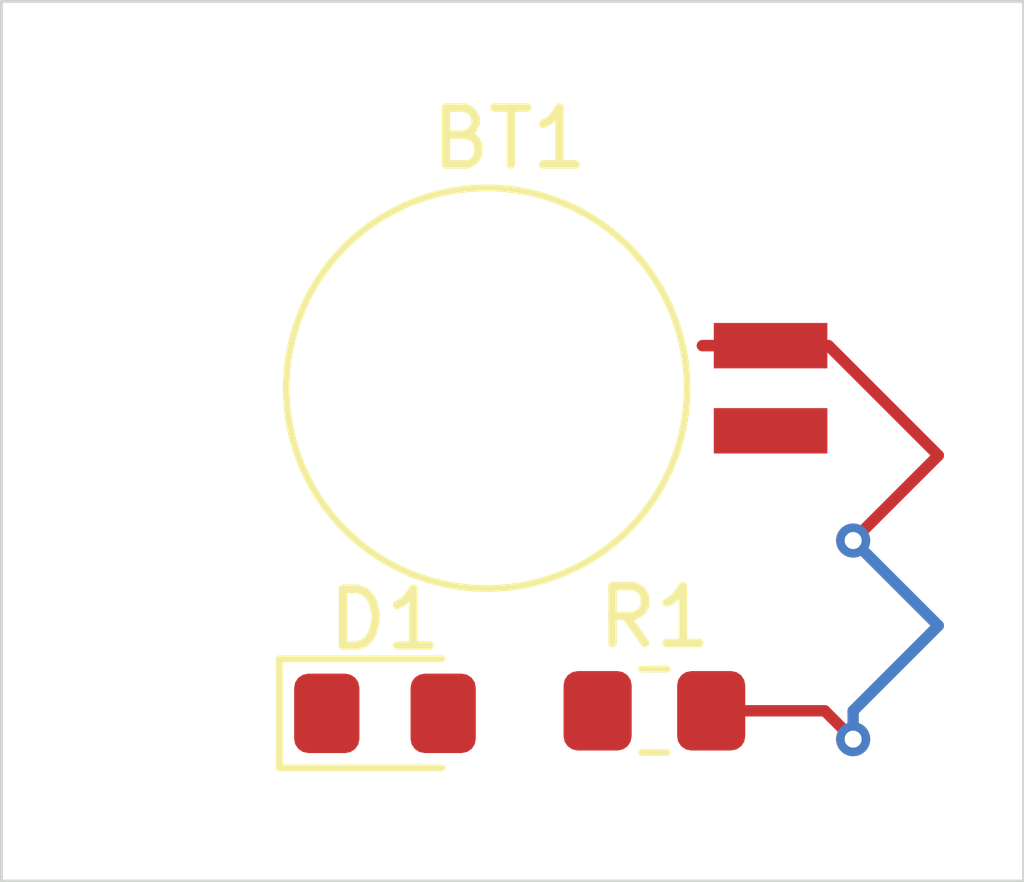
<source format=kicad_pcb>
(kicad_pcb (version 20240108) (generator "pcbnew") (generator_version "8.0")
  (title_block (title "LED demo project") (date "2024-10-29") (rev "1.0"))
  (layers (0 "F.Cu" signal) (31 "B.Cu" signal) (34 "B.Paste" user) (35 "F.Paste" user) (36 "B.SilkS" user "B.Silkscreen") (37 "F.SilkS" user "F.Silkscreen") (38 "B.Mask" user) (39 "F.Mask" user) (44 "Edge.Cuts" user))
  (net 0 "")
  (net 1 "Net-(BT1--)")
  (net 2 "Net-(BT1-+)")
  (net 3 "Net-(D1-A)")
  (footprint "Battery:BatteryHolder_Seiko_MS621F" (layer "F.Cu") (at 149.046204 89.816204)
    (property "Reference" "BT1" (at -4.6 -4.4 0) (layer "F.SilkS"))
    (property "Value" "Battery_Cell")
    (fp_circle (center -5 0) (end -1.47 0) (stroke (width 0.12)) (fill none) (layer "F.SilkS"))
    (pad "1" smd rect (at 0 -0.75) (size 2 0.8) (layers "F.Cu" "F.Paste" "F.Mask") (net 2 "Net-(BT1-+)"))
    (pad "2" smd rect (at 0 0.75) (size 2 0.8) (layers "F.Cu" "F.Paste" "F.Mask") (net 1 "Net-(BT1--)"))
  )
  (footprint "LED_SMD:LED_0805_2012Metric_Pad1.15x1.40mm_HandSolder" (layer "F.Cu") (at 142.255 95.545)
    (property "Reference" "D1" (at 0 -1.65 0) (layer "F.SilkS"))
    (property "Value" "LED")
    (fp_line (start -1.86 -0.96) (end -1.86 0.96) (stroke (width 0.12)) (layer "F.SilkS"))
    (fp_line (start -1.86 0.96) (end 1 0.96) (stroke (width 0.12)) (layer "F.SilkS"))
    (fp_line (start 1 -0.96) (end -1.86 -0.96) (stroke (width 0.12)) (layer "F.SilkS"))
    (pad "1" smd roundrect (at -1.025 0) (size 1.15 1.4) (layers "F.Cu" "F.Paste" "F.Mask") (roundrect_rratio 0.217391) (net 1 "Net-(BT1--)"))
    (pad "2" smd roundrect (at 1.025 0) (size 1.15 1.4) (layers "F.Cu" "F.Paste" "F.Mask") (roundrect_rratio 0.217391) (net 3 "Net-(D1-A)"))
  )
  (footprint "Resistor_SMD:R_0805_2012Metric_Pad1.20x1.40mm_HandSolder" (layer "F.Cu") (at 147 95.5)
    (property "Reference" "R1" (at 0 -1.65 0) (layer "F.SilkS"))
    (property "Value" "R")
    (fp_line (start -0.227064 -0.735) (end 0.227064 -0.735) (stroke (width 0.12)) (layer "F.SilkS"))
    (fp_line (start -0.227064 0.735) (end 0.227064 0.735) (stroke (width 0.12)) (layer "F.SilkS"))
    (pad "1" smd roundrect (at -1 0) (size 1.2 1.4) (layers "F.Cu" "F.Paste" "F.Mask") (roundrect_rratio 0.208333) (net 3 "Net-(D1-A)"))
    (pad "2" smd roundrect (at 1 0) (size 1.2 1.4) (layers "F.Cu" "F.Paste" "F.Mask") (roundrect_rratio 0.208333) (net 2 "Net-(BT1-+)"))
  )
  (gr_rect (start 135.5 83) (end 153.5 98.5) (stroke (width 0.05)) (fill none) (layer "Edge.Cuts"))
  (segment (start 150.066204 89.066204) (end 152 91) (width 0.2) (layer "F.Cu") (net 2))
  (segment (start 147.846204 89.066204) (end 150.066204 89.066204) (width 0.2) (layer "F.Cu") (net 2))
  (segment (start 149.046204 89.066204) (end 147.846204 89.066204) (width 0.2) (layer "F.Cu") (net 2))
  (segment (start 152 91) (end 150.5 92.5) (width 0.2) (layer "F.Cu") (net 2))
  (segment (start 150.5 96) (end 150 95.5) (width 0.2) (layer "F.Cu") (net 2))
  (segment (start 150 95.5) (end 148 95.5) (width 0.2) (layer "F.Cu") (net 2))
  (via (at 150.5 92.5) (size 0.6) (drill 0.3) (layers "F.Cu" "B.Cu") (net 2))
  (via (at 150.5 96) (size 0.6) (drill 0.3) (layers "F.Cu" "B.Cu") (net 2))
  (segment (start 150.5 92.5) (end 152 94) (width 0.2) (layer "B.Cu") (net 2))
  (segment (start 152 94) (end 150.5 95.5) (width 0.2) (layer "B.Cu") (net 2))
  (segment (start 150.5 95.5) (end 150.5 96) (width 0.2) (layer "B.Cu") (net 2))
)
</source>
